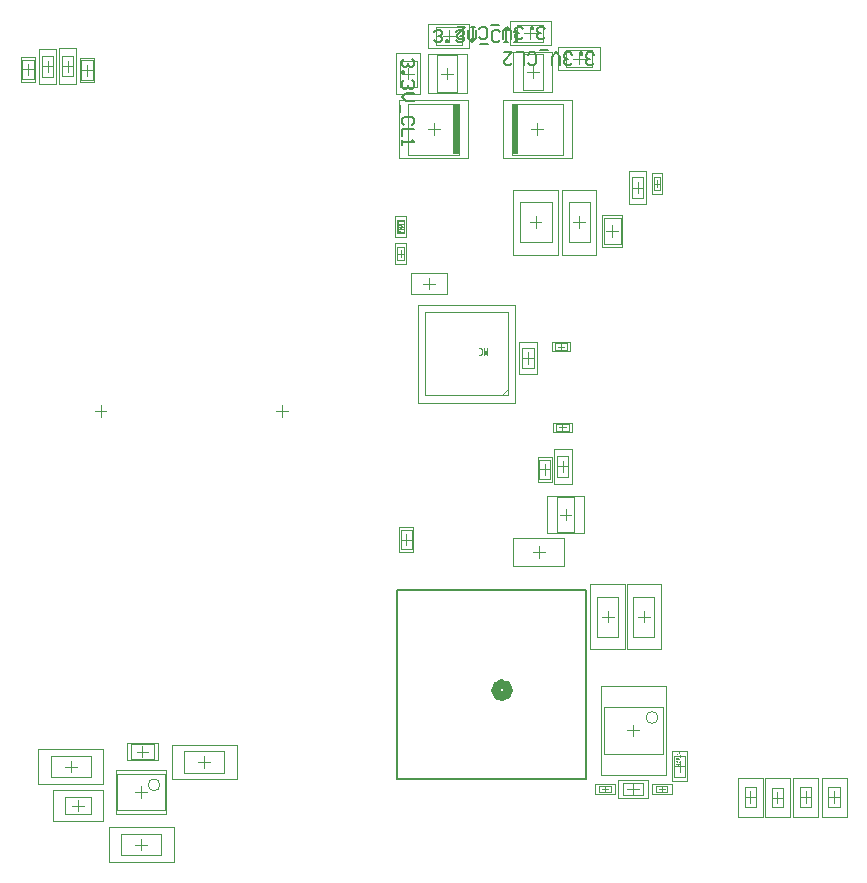
<source format=gbo>
G04*
G04 #@! TF.GenerationSoftware,Altium Limited,CircuitMaker,2.2.1 (2.2.1.6)*
G04*
G04 Layer_Color=13813960*
%FSLAX42Y42*%
%MOMM*%
G71*
G04*
G04 #@! TF.SameCoordinates,594ED0CD-E859-4A23-B6EA-3589AB250A5C*
G04*
G04*
G04 #@! TF.FilePolarity,Positive*
G04*
G01*
G75*
%ADD10C,0.10*%
%ADD14C,0.81*%
%ADD17C,0.13*%
%ADD19C,0.05*%
%ADD20C,0.12*%
%ADD21C,0.18*%
%ADD22C,0.03*%
%ADD23R,0.58X4.31*%
G36*
X6122Y8037D02*
X6122Y8037D01*
Y8036D01*
X6122Y8036D01*
X6122Y8035D01*
X6122Y8035D01*
X6122Y8034D01*
X6122Y8034D01*
Y8034D01*
X6122Y8034D01*
X6122Y8034D01*
X6122Y8034D01*
X6122Y8033D01*
X6121Y8033D01*
X6121Y8033D01*
X6121Y8032D01*
X6120Y8032D01*
X6120Y8032D01*
X6120Y8032D01*
X6120Y8032D01*
X6120Y8032D01*
X6119Y8032D01*
X6119Y8032D01*
X6119Y8032D01*
X6118Y8032D01*
X6118D01*
X6118D01*
X6118D01*
X6118Y8032D01*
X6118D01*
X6117Y8032D01*
X6117Y8032D01*
X6117Y8032D01*
X6116Y8032D01*
X6116Y8032D01*
X6115Y8032D01*
X6115Y8033D01*
X6115Y8033D01*
X6115Y8033D01*
X6115Y8033D01*
X6115Y8033D01*
X6115Y8033D01*
X6115Y8033D01*
X6115Y8033D01*
X6114Y8034D01*
X6114Y8034D01*
X6114Y8034D01*
X6114Y8035D01*
X6114Y8035D01*
X6114Y8035D01*
X6114Y8036D01*
X6114Y8036D01*
X6114Y8036D01*
X6114Y8036D01*
X6114Y8036D01*
X6113Y8036D01*
X6113Y8035D01*
X6113Y8035D01*
X6113Y8035D01*
X6113Y8035D01*
X6113Y8035D01*
X6113Y8034D01*
X6112Y8034D01*
X6112Y8034D01*
X6112Y8034D01*
X6111Y8033D01*
X6111Y8033D01*
X6106Y8030D01*
Y8033D01*
X6110Y8035D01*
X6110D01*
X6110Y8035D01*
X6110Y8035D01*
X6110Y8035D01*
X6110Y8035D01*
X6111Y8036D01*
X6111Y8036D01*
X6111Y8036D01*
X6112Y8036D01*
X6112Y8037D01*
X6112Y8037D01*
X6112Y8037D01*
X6112Y8037D01*
X6112Y8037D01*
X6113Y8037D01*
X6113Y8037D01*
X6113Y8038D01*
X6113Y8038D01*
X6113Y8038D01*
X6113Y8038D01*
X6113Y8038D01*
X6113Y8038D01*
X6113Y8039D01*
Y8039D01*
X6113Y8039D01*
Y8039D01*
X6113Y8039D01*
Y8039D01*
X6114Y8039D01*
Y8042D01*
X6106D01*
Y8044D01*
X6122D01*
Y8037D01*
D02*
G37*
G36*
X6118Y8027D02*
X6118Y8027D01*
X6119Y8027D01*
X6119Y8027D01*
X6119Y8027D01*
X6119Y8027D01*
X6119Y8027D01*
X6119Y8026D01*
X6120Y8026D01*
X6120Y8025D01*
X6120Y8025D01*
X6120Y8025D01*
X6120Y8025D01*
X6121Y8024D01*
X6121Y8024D01*
X6121Y8024D01*
X6121Y8024D01*
X6122Y8023D01*
X6122Y8023D01*
X6123Y8023D01*
Y8022D01*
X6106D01*
Y8024D01*
X6119D01*
X6119Y8024D01*
X6119Y8024D01*
X6119Y8024D01*
X6119Y8024D01*
X6118Y8024D01*
X6118Y8025D01*
X6118Y8025D01*
X6118Y8025D01*
X6118Y8025D01*
X6117Y8026D01*
X6117Y8026D01*
X6117Y8026D01*
X6117Y8026D01*
X6117Y8027D01*
X6117Y8027D01*
X6117Y8027D01*
X6118D01*
Y8027D01*
D02*
G37*
G36*
X6103Y8005D02*
X6102D01*
Y8018D01*
X6103D01*
Y8005D01*
D02*
G37*
G36*
X6122Y7992D02*
X6121D01*
Y8001D01*
X6116D01*
Y7994D01*
X6114D01*
Y8001D01*
X6106D01*
Y8003D01*
X6122D01*
Y7992D01*
D02*
G37*
G36*
X6115Y7990D02*
X6115D01*
X6115Y7990D01*
X6115Y7990D01*
X6116Y7990D01*
X6116Y7990D01*
X6117Y7990D01*
X6118Y7990D01*
X6119Y7989D01*
X6119D01*
X6119Y7989D01*
X6119Y7989D01*
X6119Y7989D01*
X6119Y7989D01*
X6119Y7989D01*
X6120Y7988D01*
X6120Y7988D01*
X6121Y7988D01*
X6121Y7987D01*
X6122Y7986D01*
Y7986D01*
X6122Y7986D01*
X6122Y7986D01*
X6122Y7986D01*
X6122Y7986D01*
X6122Y7986D01*
X6122Y7985D01*
X6122Y7985D01*
X6122Y7985D01*
X6122Y7985D01*
X6123Y7984D01*
X6123Y7983D01*
X6123Y7982D01*
Y7982D01*
X6123Y7982D01*
Y7982D01*
X6123Y7981D01*
X6123Y7981D01*
X6122Y7980D01*
X6122Y7980D01*
X6122Y7979D01*
Y7979D01*
X6122Y7979D01*
X6122Y7979D01*
X6122Y7979D01*
X6122Y7979D01*
X6122Y7978D01*
X6121Y7978D01*
X6121Y7978D01*
X6121Y7977D01*
X6121Y7977D01*
X6121Y7977D01*
X6120Y7977D01*
X6120Y7977D01*
X6120Y7976D01*
X6119Y7976D01*
X6119Y7976D01*
X6119Y7976D01*
X6118Y7976D01*
X6117Y7978D01*
X6117D01*
X6117Y7978D01*
X6118Y7978D01*
X6118Y7978D01*
X6118Y7978D01*
X6118Y7978D01*
X6119Y7978D01*
X6119Y7978D01*
X6119Y7978D01*
X6119Y7978D01*
X6119Y7979D01*
X6120Y7979D01*
X6120Y7979D01*
X6120Y7979D01*
X6120Y7979D01*
X6120Y7980D01*
X6120Y7980D01*
X6121Y7980D01*
X6121Y7980D01*
X6121Y7980D01*
X6121Y7981D01*
X6121Y7981D01*
X6121Y7981D01*
X6121Y7982D01*
X6121Y7982D01*
Y7982D01*
X6121Y7983D01*
X6121Y7983D01*
X6121Y7983D01*
X6121Y7984D01*
X6121Y7984D01*
X6120Y7985D01*
X6120Y7985D01*
X6120Y7985D01*
X6120Y7985D01*
X6120Y7985D01*
X6120Y7986D01*
X6120Y7986D01*
X6120Y7986D01*
X6119Y7986D01*
X6119Y7986D01*
X6119Y7986D01*
X6119Y7987D01*
X6119Y7987D01*
X6119Y7987D01*
X6118Y7987D01*
X6118Y7987D01*
X6118Y7987D01*
X6118D01*
X6118Y7987D01*
X6118Y7987D01*
X6117Y7987D01*
X6117Y7988D01*
X6117Y7988D01*
X6117Y7988D01*
X6116Y7988D01*
X6116Y7988D01*
X6115Y7988D01*
X6114Y7988D01*
X6114D01*
X6114D01*
X6114D01*
X6114D01*
X6114Y7988D01*
X6114Y7988D01*
X6113Y7988D01*
X6113Y7988D01*
X6112Y7988D01*
X6111Y7987D01*
X6111Y7987D01*
X6111D01*
X6111Y7987D01*
X6111Y7987D01*
X6111Y7987D01*
X6110Y7987D01*
X6110Y7987D01*
X6110Y7986D01*
X6109Y7986D01*
X6109Y7986D01*
X6109Y7985D01*
Y7985D01*
X6109Y7985D01*
X6109Y7985D01*
X6109Y7985D01*
X6109Y7985D01*
X6108Y7985D01*
X6108Y7984D01*
X6108Y7984D01*
X6108Y7983D01*
X6108Y7983D01*
X6108Y7982D01*
Y7982D01*
X6108Y7982D01*
X6108Y7981D01*
X6108Y7981D01*
X6108Y7980D01*
X6108Y7980D01*
X6109Y7979D01*
Y7979D01*
X6109Y7979D01*
X6109Y7979D01*
X6109Y7979D01*
X6109Y7979D01*
X6109Y7978D01*
X6109Y7978D01*
X6109Y7978D01*
X6110Y7977D01*
X6113D01*
Y7982D01*
X6115D01*
Y7975D01*
X6109D01*
X6109Y7975D01*
X6109Y7975D01*
X6108Y7976D01*
X6108Y7976D01*
X6108Y7976D01*
X6108Y7976D01*
X6108Y7976D01*
X6108Y7977D01*
X6107Y7977D01*
X6107Y7978D01*
X6107Y7979D01*
Y7979D01*
X6107Y7979D01*
X6107Y7979D01*
X6107Y7979D01*
X6107Y7979D01*
X6107Y7979D01*
X6106Y7980D01*
X6106Y7980D01*
X6106Y7981D01*
X6106Y7981D01*
X6106Y7982D01*
Y7982D01*
X6106Y7982D01*
Y7983D01*
X6106Y7983D01*
X6106Y7983D01*
X6106Y7983D01*
X6106Y7984D01*
X6107Y7985D01*
X6107Y7986D01*
X6107Y7986D01*
Y7986D01*
X6107Y7986D01*
X6107Y7986D01*
X6107Y7987D01*
X6107Y7987D01*
X6108Y7987D01*
X6108Y7987D01*
X6108Y7988D01*
X6109Y7988D01*
X6109Y7989D01*
X6110Y7989D01*
X6110D01*
X6110Y7989D01*
X6110Y7989D01*
X6110Y7989D01*
X6111Y7989D01*
X6111Y7989D01*
X6111Y7990D01*
X6111Y7990D01*
X6112Y7990D01*
X6112Y7990D01*
X6113Y7990D01*
X6113Y7990D01*
X6114Y7990D01*
X6114D01*
X6114D01*
X6115D01*
X6115Y7990D01*
D02*
G37*
G36*
X6864Y6929D02*
X6856D01*
X6846Y6955D01*
X6835Y6929D01*
X6827D01*
Y7000D01*
X6836D01*
X6836Y6949D01*
X6836Y6949D01*
X6845Y6972D01*
X6847D01*
X6856Y6949D01*
X6856Y6949D01*
X6855Y7000D01*
X6864D01*
Y6929D01*
D02*
G37*
G36*
X6800Y7000D02*
X6801D01*
X6802Y7000D01*
X6803Y7000D01*
X6804Y6999D01*
X6806Y6999D01*
X6807Y6998D01*
X6808Y6998D01*
X6809Y6997D01*
X6810Y6996D01*
X6811Y6994D01*
X6812Y6993D01*
X6813Y6991D01*
Y6991D01*
X6814Y6991D01*
X6814Y6990D01*
X6814Y6990D01*
X6814Y6989D01*
X6815Y6987D01*
X6815Y6986D01*
X6816Y6985D01*
X6816Y6983D01*
X6817Y6981D01*
X6817Y6979D01*
X6817Y6976D01*
X6818Y6974D01*
X6818Y6971D01*
X6818Y6968D01*
X6818Y6965D01*
Y6965D01*
Y6964D01*
Y6963D01*
X6818Y6962D01*
Y6961D01*
X6818Y6959D01*
X6818Y6957D01*
X6818Y6955D01*
X6817Y6951D01*
X6816Y6946D01*
X6815Y6942D01*
X6814Y6940D01*
X6813Y6938D01*
X6813Y6938D01*
X6813Y6938D01*
X6813Y6937D01*
X6812Y6937D01*
X6811Y6935D01*
X6810Y6933D01*
X6808Y6931D01*
X6805Y6930D01*
X6804Y6929D01*
X6802Y6929D01*
X6801Y6928D01*
X6799Y6928D01*
X6798D01*
X6797Y6929D01*
X6796Y6929D01*
X6795Y6929D01*
X6793Y6930D01*
X6791Y6931D01*
X6789Y6932D01*
Y6941D01*
X6790Y6941D01*
X6790Y6940D01*
X6791Y6940D01*
X6792Y6939D01*
X6794Y6938D01*
X6795Y6938D01*
X6797Y6937D01*
X6799Y6937D01*
X6799D01*
X6799Y6937D01*
X6800Y6937D01*
X6802Y6938D01*
X6803Y6938D01*
X6804Y6939D01*
X6805Y6940D01*
X6805Y6941D01*
X6806Y6942D01*
X6806Y6943D01*
Y6943D01*
X6806Y6944D01*
X6807Y6944D01*
X6807Y6944D01*
X6807Y6945D01*
X6807Y6946D01*
X6807Y6947D01*
X6808Y6948D01*
X6808Y6950D01*
X6808Y6951D01*
X6808Y6953D01*
X6808Y6955D01*
X6808Y6957D01*
X6809Y6959D01*
X6809Y6962D01*
Y6964D01*
Y6965D01*
Y6965D01*
Y6966D01*
Y6967D01*
X6809Y6968D01*
Y6969D01*
X6808Y6971D01*
X6808Y6973D01*
X6808Y6976D01*
X6808Y6980D01*
X6807Y6981D01*
X6807Y6983D01*
X6807Y6984D01*
X6806Y6986D01*
Y6986D01*
X6806Y6986D01*
X6806Y6987D01*
X6805Y6988D01*
X6804Y6989D01*
X6803Y6990D01*
X6802Y6991D01*
X6800Y6992D01*
X6799Y6992D01*
X6798Y6992D01*
X6798D01*
X6797Y6992D01*
X6797Y6992D01*
X6795Y6991D01*
X6794Y6991D01*
X6792Y6990D01*
X6791Y6989D01*
X6790Y6988D01*
X6789Y6987D01*
Y6997D01*
X6789Y6997D01*
X6789Y6997D01*
X6790Y6998D01*
X6792Y6999D01*
X6793Y6999D01*
X6795Y7000D01*
X6797Y7000D01*
X6799Y7001D01*
X6800D01*
X6800Y7000D01*
D02*
G37*
G36*
X8474Y3585D02*
X8474Y3585D01*
X8474Y3584D01*
X8475Y3584D01*
X8475Y3584D01*
X8476Y3584D01*
X8476Y3584D01*
X8478Y3583D01*
X8479Y3582D01*
X8480Y3582D01*
X8480Y3581D01*
X8481Y3581D01*
X8481Y3580D01*
X8481Y3580D01*
X8482Y3580D01*
X8482Y3580D01*
X8482Y3579D01*
X8482Y3579D01*
X8482Y3579D01*
X8483Y3578D01*
X8483Y3578D01*
X8483Y3577D01*
X8483Y3576D01*
X8484Y3576D01*
X8484Y3575D01*
X8484Y3574D01*
X8484Y3573D01*
X8484Y3572D01*
X8484Y3571D01*
Y3571D01*
X8484Y3571D01*
Y3570D01*
X8484Y3570D01*
X8484Y3569D01*
X8484Y3568D01*
X8484Y3567D01*
X8483Y3566D01*
X8483Y3564D01*
X8482Y3564D01*
X8482Y3563D01*
X8482Y3563D01*
X8482Y3563D01*
X8482Y3563D01*
X8482Y3562D01*
X8481Y3562D01*
X8481Y3562D01*
X8481Y3562D01*
X8481Y3561D01*
X8480Y3561D01*
X8480Y3560D01*
X8479Y3560D01*
X8477Y3559D01*
X8476Y3558D01*
X8476D01*
X8476Y3558D01*
X8476Y3558D01*
X8475Y3558D01*
X8475Y3558D01*
X8474Y3558D01*
X8474Y3557D01*
X8473Y3557D01*
X8473Y3557D01*
X8472Y3557D01*
X8471Y3557D01*
X8469Y3556D01*
X8467Y3556D01*
X8467D01*
X8467D01*
X8467D01*
X8467Y3556D01*
X8466D01*
X8466Y3556D01*
X8465Y3557D01*
X8464Y3557D01*
X8463Y3557D01*
X8462Y3557D01*
X8460Y3558D01*
X8459Y3558D01*
X8459Y3558D01*
X8458Y3558D01*
X8458Y3558D01*
X8458Y3559D01*
X8458Y3559D01*
X8457Y3559D01*
X8457Y3560D01*
X8456Y3560D01*
X8455Y3561D01*
X8454Y3562D01*
X8453Y3564D01*
X8453Y3564D01*
X8453Y3564D01*
X8453Y3564D01*
X8453Y3564D01*
X8453Y3565D01*
X8452Y3565D01*
X8452Y3565D01*
X8452Y3566D01*
X8452Y3567D01*
X8452Y3567D01*
X8451Y3568D01*
X8451Y3570D01*
X8451Y3571D01*
Y3572D01*
X8451Y3572D01*
X8451Y3573D01*
X8451Y3573D01*
X8451Y3574D01*
X8451Y3574D01*
X8452Y3576D01*
X8452Y3577D01*
X8452Y3578D01*
X8453Y3578D01*
X8453Y3579D01*
X8454Y3580D01*
X8454Y3580D01*
X8454Y3580D01*
X8454Y3580D01*
X8454Y3580D01*
X8454Y3580D01*
X8455Y3581D01*
X8455Y3581D01*
X8455Y3581D01*
X8456Y3582D01*
X8456Y3582D01*
X8457Y3583D01*
X8457Y3583D01*
X8458Y3583D01*
X8459Y3584D01*
X8460Y3584D01*
X8460Y3584D01*
X8461Y3580D01*
X8461D01*
X8461Y3580D01*
X8461Y3580D01*
X8461Y3580D01*
X8461Y3580D01*
X8460Y3580D01*
X8459Y3579D01*
X8459Y3579D01*
X8458Y3578D01*
X8457Y3577D01*
X8456Y3577D01*
X8456Y3577D01*
X8456Y3576D01*
X8456Y3576D01*
X8455Y3575D01*
X8455Y3574D01*
X8455Y3574D01*
X8455Y3573D01*
X8455Y3571D01*
Y3571D01*
X8455Y3571D01*
Y3570D01*
X8455Y3570D01*
X8455Y3569D01*
X8455Y3568D01*
X8455Y3567D01*
X8456Y3566D01*
X8456Y3565D01*
Y3565D01*
X8457Y3565D01*
X8457Y3565D01*
X8457Y3564D01*
X8458Y3564D01*
X8458Y3563D01*
X8459Y3563D01*
X8460Y3562D01*
X8461Y3562D01*
X8461D01*
X8461Y3562D01*
X8462Y3562D01*
X8462Y3562D01*
X8462Y3561D01*
X8462Y3561D01*
X8463Y3561D01*
X8464Y3561D01*
X8465Y3561D01*
X8466Y3561D01*
X8467Y3561D01*
X8467D01*
X8468D01*
X8468D01*
X8468D01*
X8468Y3561D01*
X8469D01*
X8469Y3561D01*
X8470Y3561D01*
X8471Y3561D01*
X8472Y3561D01*
X8473Y3562D01*
X8474Y3562D01*
X8475D01*
X8475Y3562D01*
X8475Y3562D01*
X8475Y3562D01*
X8476Y3562D01*
X8476Y3563D01*
X8477Y3563D01*
X8478Y3564D01*
X8478Y3565D01*
X8479Y3566D01*
Y3566D01*
X8479Y3566D01*
X8479Y3566D01*
X8479Y3566D01*
X8479Y3566D01*
X8480Y3567D01*
X8480Y3567D01*
X8480Y3568D01*
X8480Y3569D01*
X8481Y3570D01*
X8481Y3571D01*
Y3571D01*
X8481Y3572D01*
Y3572D01*
X8480Y3572D01*
X8480Y3573D01*
X8480Y3574D01*
X8480Y3575D01*
X8479Y3576D01*
X8479Y3577D01*
X8479Y3577D01*
X8478Y3577D01*
X8478Y3577D01*
X8478Y3577D01*
X8478Y3577D01*
X8478Y3578D01*
X8478Y3578D01*
X8477Y3578D01*
X8477Y3578D01*
X8477Y3579D01*
X8476Y3579D01*
X8476Y3579D01*
X8475Y3580D01*
X8474Y3580D01*
X8474Y3580D01*
X8473Y3580D01*
X8472Y3580D01*
X8473Y3585D01*
X8474D01*
X8474Y3585D01*
D02*
G37*
G36*
X8492Y3529D02*
X8490D01*
Y3555D01*
X8492D01*
Y3529D01*
D02*
G37*
G36*
X8474Y3527D02*
X8474Y3527D01*
X8474Y3527D01*
X8475Y3527D01*
X8475Y3527D01*
X8477Y3527D01*
X8478Y3526D01*
X8478Y3526D01*
X8479Y3526D01*
X8480Y3525D01*
X8480Y3525D01*
X8480Y3525D01*
X8480Y3525D01*
X8481Y3525D01*
X8481Y3524D01*
X8481Y3524D01*
X8482Y3524D01*
X8482Y3523D01*
X8482Y3523D01*
X8483Y3522D01*
X8483Y3522D01*
X8483Y3521D01*
X8484Y3520D01*
X8484Y3519D01*
X8484Y3518D01*
X8484Y3518D01*
X8484Y3517D01*
Y3516D01*
X8484Y3516D01*
X8484Y3515D01*
X8484Y3515D01*
X8484Y3515D01*
X8484Y3514D01*
X8484Y3513D01*
X8483Y3512D01*
X8483Y3511D01*
X8483Y3510D01*
X8482Y3510D01*
X8482Y3509D01*
X8482Y3509D01*
X8482Y3509D01*
X8481Y3509D01*
X8481Y3509D01*
X8481Y3509D01*
X8481Y3509D01*
X8480Y3508D01*
X8480Y3508D01*
X8480Y3508D01*
X8479Y3507D01*
X8478Y3507D01*
X8477Y3507D01*
X8476Y3506D01*
X8475Y3506D01*
X8475Y3510D01*
X8475D01*
X8475D01*
X8475Y3510D01*
X8475Y3510D01*
X8476Y3511D01*
X8477Y3511D01*
X8477Y3511D01*
X8478Y3511D01*
X8479Y3512D01*
X8479Y3512D01*
X8479Y3513D01*
X8480Y3513D01*
X8480Y3513D01*
X8480Y3514D01*
X8480Y3514D01*
X8481Y3515D01*
X8481Y3516D01*
X8481Y3517D01*
Y3517D01*
X8481Y3517D01*
X8481Y3518D01*
X8481Y3518D01*
X8480Y3519D01*
X8480Y3520D01*
X8479Y3521D01*
X8479Y3521D01*
X8479Y3521D01*
X8479Y3521D01*
X8479Y3521D01*
X8479Y3522D01*
X8478Y3522D01*
X8478Y3522D01*
X8477Y3522D01*
X8476Y3523D01*
X8476Y3523D01*
X8474Y3523D01*
X8474Y3523D01*
X8473D01*
X8473D01*
X8473D01*
X8473D01*
X8473Y3523D01*
X8472D01*
X8472Y3523D01*
X8471Y3523D01*
X8470Y3523D01*
X8469Y3523D01*
X8469Y3522D01*
X8468Y3521D01*
X8468D01*
X8468Y3521D01*
X8468Y3521D01*
X8467Y3521D01*
X8467Y3520D01*
X8466Y3519D01*
X8466Y3519D01*
X8466Y3518D01*
X8466Y3517D01*
Y3516D01*
X8466Y3516D01*
X8466Y3515D01*
X8466Y3515D01*
X8466Y3514D01*
X8466Y3514D01*
X8467Y3513D01*
X8467Y3513D01*
X8467Y3513D01*
X8467Y3513D01*
X8467Y3512D01*
X8468Y3512D01*
X8468Y3511D01*
X8468Y3511D01*
X8469Y3511D01*
X8468Y3507D01*
X8452Y3510D01*
Y3526D01*
X8456D01*
Y3513D01*
X8464Y3511D01*
X8464Y3512D01*
X8464Y3512D01*
X8464Y3512D01*
X8464Y3512D01*
X8464Y3512D01*
X8464Y3513D01*
X8463Y3513D01*
X8463Y3514D01*
X8463Y3515D01*
X8462Y3516D01*
X8462Y3517D01*
Y3518D01*
X8462Y3518D01*
X8462Y3519D01*
X8463Y3519D01*
X8463Y3519D01*
X8463Y3520D01*
X8463Y3521D01*
X8463Y3522D01*
X8464Y3522D01*
X8464Y3523D01*
X8464Y3523D01*
X8465Y3524D01*
X8465Y3525D01*
X8465Y3525D01*
X8465Y3525D01*
X8466Y3525D01*
X8466Y3525D01*
X8466Y3525D01*
X8466Y3526D01*
X8467Y3526D01*
X8467Y3526D01*
X8468Y3526D01*
X8468Y3527D01*
X8469Y3527D01*
X8470Y3527D01*
X8470Y3527D01*
X8471Y3527D01*
X8472Y3527D01*
X8473Y3528D01*
X8473D01*
X8473D01*
X8473D01*
X8474Y3527D01*
D02*
G37*
G36*
X8475Y3502D02*
X8476Y3502D01*
X8476Y3502D01*
X8476Y3502D01*
X8477Y3502D01*
X8478Y3502D01*
X8479Y3502D01*
X8479Y3501D01*
X8480Y3501D01*
X8480Y3501D01*
X8481Y3500D01*
X8481Y3500D01*
X8481Y3499D01*
X8482Y3499D01*
X8482Y3499D01*
X8482Y3499D01*
X8482Y3499D01*
X8482Y3498D01*
X8482Y3498D01*
X8483Y3497D01*
X8483Y3497D01*
X8483Y3496D01*
X8484Y3496D01*
X8484Y3495D01*
X8484Y3494D01*
X8484Y3494D01*
X8484Y3493D01*
X8484Y3492D01*
Y3491D01*
X8484Y3491D01*
X8484Y3491D01*
X8484Y3490D01*
X8484Y3490D01*
X8484Y3489D01*
X8483Y3488D01*
X8483Y3487D01*
X8483Y3487D01*
X8483Y3486D01*
X8482Y3485D01*
X8482Y3485D01*
X8481Y3484D01*
X8481Y3484D01*
X8481Y3484D01*
X8481Y3484D01*
X8481Y3484D01*
X8481Y3484D01*
X8480Y3483D01*
X8480Y3483D01*
X8479Y3483D01*
X8479Y3483D01*
X8478Y3482D01*
X8477Y3482D01*
X8477Y3482D01*
X8476Y3482D01*
X8475Y3481D01*
X8474Y3481D01*
X8474D01*
X8474D01*
X8474D01*
X8474Y3481D01*
X8474D01*
X8473Y3481D01*
X8473Y3482D01*
X8472Y3482D01*
X8471Y3482D01*
X8470Y3482D01*
X8469Y3483D01*
X8469D01*
X8469Y3483D01*
X8469Y3483D01*
X8468Y3484D01*
X8468Y3484D01*
X8468Y3485D01*
X8467Y3486D01*
X8467Y3486D01*
X8466Y3487D01*
Y3487D01*
X8466Y3487D01*
X8466Y3487D01*
X8466Y3487D01*
X8466Y3487D01*
X8466Y3486D01*
X8465Y3485D01*
X8465Y3485D01*
X8464Y3484D01*
X8464Y3484D01*
X8464Y3484D01*
X8463Y3484D01*
X8463Y3483D01*
X8463Y3483D01*
X8462Y3483D01*
X8461Y3483D01*
X8461Y3483D01*
X8460Y3483D01*
X8460D01*
X8460D01*
X8459D01*
X8459Y3483D01*
X8459Y3483D01*
X8458Y3483D01*
X8458Y3483D01*
X8457Y3483D01*
X8456Y3484D01*
X8455Y3484D01*
X8455Y3484D01*
X8454Y3485D01*
X8454Y3485D01*
X8454Y3485D01*
X8454Y3485D01*
X8454Y3485D01*
X8454Y3486D01*
X8453Y3486D01*
X8453Y3486D01*
X8453Y3487D01*
X8453Y3487D01*
X8452Y3487D01*
X8452Y3488D01*
X8452Y3488D01*
X8452Y3489D01*
X8452Y3490D01*
X8452Y3491D01*
X8451Y3492D01*
Y3492D01*
X8452Y3493D01*
X8452Y3493D01*
X8452Y3493D01*
X8452Y3494D01*
X8452Y3494D01*
X8452Y3495D01*
X8452Y3496D01*
X8453Y3497D01*
X8453Y3498D01*
X8454Y3498D01*
X8454Y3499D01*
X8454Y3499D01*
X8454Y3499D01*
X8454Y3499D01*
X8454Y3499D01*
X8455Y3499D01*
X8455Y3499D01*
X8456Y3500D01*
X8456Y3500D01*
X8457Y3501D01*
X8459Y3501D01*
X8459Y3501D01*
X8460Y3501D01*
X8460D01*
X8460D01*
X8460D01*
X8461Y3501D01*
X8461Y3501D01*
X8462Y3501D01*
X8462Y3501D01*
X8463Y3500D01*
X8464Y3500D01*
X8464Y3500D01*
X8464Y3500D01*
X8464Y3499D01*
X8465Y3499D01*
X8465Y3499D01*
X8466Y3498D01*
X8466Y3497D01*
X8466Y3496D01*
Y3496D01*
X8466Y3497D01*
X8466Y3497D01*
X8466Y3497D01*
X8467Y3497D01*
X8467Y3498D01*
X8468Y3499D01*
X8468Y3500D01*
X8469Y3500D01*
X8469Y3501D01*
X8469D01*
X8469Y3501D01*
X8470Y3501D01*
X8470Y3501D01*
X8471Y3502D01*
X8472Y3502D01*
X8472Y3502D01*
X8473Y3502D01*
X8474Y3502D01*
X8475D01*
X8475D01*
X8475D01*
X8475Y3502D01*
D02*
G37*
G36*
X8476Y3473D02*
X8484D01*
Y3469D01*
X8476D01*
Y3455D01*
X8472D01*
X8452Y3470D01*
Y3473D01*
X8472D01*
Y3477D01*
X8476D01*
Y3473D01*
D02*
G37*
%LPC*%
G36*
X6121Y8042D02*
X6115D01*
Y8037D01*
X6115Y8037D01*
Y8037D01*
X6115Y8036D01*
X6115Y8036D01*
X6116Y8036D01*
X6116Y8035D01*
X6116Y8035D01*
X6116Y8035D01*
X6116Y8035D01*
X6116Y8035D01*
X6116Y8035D01*
X6116Y8035D01*
X6116Y8034D01*
X6117Y8034D01*
X6117Y8034D01*
X6117Y8034D01*
X6117Y8034D01*
X6117Y8034D01*
X6117Y8034D01*
X6117Y8034D01*
X6118Y8034D01*
X6118Y8034D01*
X6118D01*
X6118D01*
X6118D01*
X6118Y8034D01*
X6119Y8034D01*
X6119Y8034D01*
X6119Y8034D01*
X6120Y8034D01*
X6120Y8035D01*
X6120Y8035D01*
X6120Y8035D01*
X6120Y8035D01*
X6120Y8035D01*
X6120Y8036D01*
X6121Y8036D01*
X6121Y8037D01*
X6121Y8037D01*
Y8042D01*
D02*
G37*
G36*
X8460Y3497D02*
X8460D01*
X8460D01*
X8459D01*
X8459Y3497D01*
X8459Y3497D01*
X8458Y3497D01*
X8457Y3496D01*
X8457Y3496D01*
X8456Y3496D01*
X8456Y3496D01*
X8456Y3495D01*
X8456Y3495D01*
X8455Y3495D01*
X8455Y3494D01*
X8455Y3493D01*
X8455Y3493D01*
X8455Y3492D01*
Y3492D01*
X8455Y3491D01*
X8455Y3491D01*
X8455Y3490D01*
X8455Y3489D01*
X8456Y3489D01*
X8456Y3488D01*
X8456Y3488D01*
X8456Y3488D01*
X8457Y3488D01*
X8457Y3487D01*
X8458Y3487D01*
X8458Y3487D01*
X8459Y3487D01*
X8460Y3487D01*
X8460D01*
X8460D01*
X8460Y3487D01*
X8460Y3487D01*
X8461Y3487D01*
X8462Y3487D01*
X8462Y3487D01*
X8463Y3488D01*
X8463Y3488D01*
X8463Y3488D01*
X8464Y3488D01*
X8464Y3489D01*
X8464Y3489D01*
X8464Y3490D01*
X8465Y3490D01*
X8465Y3491D01*
X8465Y3492D01*
Y3492D01*
X8465Y3492D01*
X8465Y3493D01*
X8465Y3493D01*
X8464Y3494D01*
X8464Y3494D01*
X8464Y3495D01*
X8463Y3496D01*
X8463Y3496D01*
X8463Y3496D01*
X8463Y3496D01*
X8462Y3496D01*
X8462Y3497D01*
X8461Y3497D01*
X8461Y3497D01*
X8460Y3497D01*
D02*
G37*
G36*
X8475Y3498D02*
X8474D01*
X8474D01*
X8474D01*
X8474Y3498D01*
X8474Y3498D01*
X8473Y3498D01*
X8472Y3498D01*
X8471Y3498D01*
X8471Y3497D01*
X8470Y3497D01*
X8470Y3496D01*
X8470Y3496D01*
X8469Y3496D01*
X8469Y3495D01*
X8469Y3495D01*
X8468Y3494D01*
X8468Y3493D01*
X8468Y3492D01*
Y3491D01*
X8468Y3491D01*
X8468Y3491D01*
X8468Y3490D01*
X8468Y3489D01*
X8469Y3489D01*
X8469Y3488D01*
X8470Y3487D01*
X8470Y3487D01*
X8470Y3487D01*
X8471Y3487D01*
X8471Y3486D01*
X8472Y3486D01*
X8473Y3486D01*
X8473Y3485D01*
X8474Y3485D01*
X8474D01*
X8475D01*
X8475Y3485D01*
X8475Y3485D01*
X8476Y3486D01*
X8476Y3486D01*
X8477Y3486D01*
X8478Y3486D01*
X8478Y3486D01*
X8478Y3486D01*
X8478Y3486D01*
X8479Y3487D01*
X8479Y3487D01*
X8479Y3487D01*
X8480Y3488D01*
X8480Y3488D01*
X8480Y3489D01*
X8480Y3489D01*
X8480Y3489D01*
X8481Y3490D01*
X8481Y3490D01*
X8481Y3491D01*
X8481Y3491D01*
X8481Y3492D01*
Y3492D01*
X8481Y3492D01*
X8481Y3493D01*
X8481Y3494D01*
X8480Y3494D01*
X8480Y3495D01*
X8480Y3496D01*
X8479Y3497D01*
X8479Y3497D01*
X8479Y3497D01*
X8478Y3497D01*
X8478Y3497D01*
X8477Y3498D01*
X8476Y3498D01*
X8476Y3498D01*
X8475Y3498D01*
D02*
G37*
G36*
X8472Y3469D02*
X8458D01*
X8472Y3459D01*
Y3469D01*
D02*
G37*
%LPD*%
D10*
X6331Y6599D02*
X7031D01*
X6331D02*
Y7299D01*
X7031D01*
Y6599D02*
Y7299D01*
X6981Y6599D02*
X7031Y6649D01*
X3836Y3519D02*
X4036D01*
X3836D02*
Y3644D01*
X4036D01*
Y3519D02*
Y3644D01*
X3936Y3541D02*
Y3621D01*
X3896Y3581D02*
X3976D01*
X8420Y3328D02*
X8547D01*
Y3582D01*
X8420D02*
X8547D01*
X8420Y3328D02*
Y3582D01*
X4084Y3299D02*
G03*
X4084Y3299I-50J0D01*
G01*
X8300Y3870D02*
G03*
X8300Y3870I-50J0D01*
G01*
X4036Y3519D02*
Y3644D01*
X3836Y3519D02*
Y3644D01*
Y3519D02*
X4036D01*
X3836Y3644D02*
X4036D01*
X3754Y2704D02*
X4094D01*
X3754Y2884D02*
X4094D01*
Y2704D02*
Y2884D01*
X3754Y2704D02*
Y2884D01*
X3280Y3197D02*
X3500D01*
X3280Y3052D02*
X3500D01*
X3280D02*
Y3197D01*
X3500Y3052D02*
Y3197D01*
X3160Y3364D02*
X3500D01*
X3160Y3544D02*
X3500D01*
Y3364D02*
Y3544D01*
X3160Y3364D02*
Y3544D01*
X4290Y3583D02*
X4630D01*
X4290Y3403D02*
X4630D01*
X4290D02*
Y3583D01*
X4630Y3403D02*
Y3583D01*
X3724Y3089D02*
Y3388D01*
X4124Y3089D02*
Y3388D01*
X3724Y3089D02*
X4124D01*
X3724Y3388D02*
X4124D01*
X9744Y3279D02*
X9839D01*
X9744Y3114D02*
X9839D01*
Y3279D01*
X9744Y3114D02*
Y3279D01*
X9033D02*
X9128D01*
X9033Y3114D02*
X9128D01*
Y3279D01*
X9033Y3114D02*
Y3279D01*
X9503D02*
X9598D01*
X9503Y3114D02*
X9598D01*
Y3279D01*
X9503Y3114D02*
Y3279D01*
X9262Y3274D02*
X9357D01*
X9262Y3109D02*
X9357D01*
Y3274D01*
X9262Y3109D02*
Y3274D01*
X8532Y3368D02*
Y3543D01*
X8436Y3368D02*
Y3543D01*
X8532D01*
X8436Y3368D02*
X8532D01*
X8281Y3240D02*
X8381D01*
X8281Y3290D02*
X8381D01*
X8281Y3240D02*
Y3290D01*
X8381Y3240D02*
Y3290D01*
X8007Y3217D02*
Y3312D01*
X8172Y3217D02*
Y3312D01*
X8007D02*
X8172D01*
X8007Y3217D02*
X8172D01*
X7799Y3240D02*
X7899D01*
X7799Y3290D02*
X7899D01*
X7799Y3240D02*
Y3290D01*
X7899Y3240D02*
Y3290D01*
X6121Y5294D02*
Y5459D01*
X6216Y5294D02*
Y5459D01*
X6121Y5294D02*
X6216D01*
X6121Y5459D02*
X6216D01*
X2919Y9440D02*
X3014D01*
X2919Y9275D02*
X3014D01*
Y9440D01*
X2919Y9275D02*
Y9440D01*
X3084Y9295D02*
X3180D01*
X3084Y9470D02*
X3180D01*
X3084Y9295D02*
Y9470D01*
X3180Y9295D02*
Y9470D01*
X7446Y5909D02*
X7542D01*
X7446Y6084D02*
X7542D01*
X7446Y5909D02*
Y6084D01*
X7542Y5909D02*
Y6084D01*
X7294Y6054D02*
X7389D01*
X7294Y5889D02*
X7389D01*
Y6054D01*
X7294Y5889D02*
Y6054D01*
X7840Y3560D02*
Y3960D01*
X8340Y3560D02*
Y3960D01*
X7840Y3560D02*
X8340D01*
X7840Y3960D02*
X8340D01*
X3254Y9297D02*
X3350D01*
X3254Y9472D02*
X3350D01*
X3254Y9297D02*
Y9472D01*
X3350Y9297D02*
Y9472D01*
X3418Y9433D02*
X3513D01*
X3418Y9268D02*
X3513D01*
Y9433D01*
X3418Y9268D02*
Y9433D01*
X8266Y8338D02*
X8321D01*
X8266Y8443D02*
X8321D01*
X8266Y8338D02*
Y8443D01*
X8321Y8338D02*
Y8443D01*
X8175Y8268D02*
Y8443D01*
X8081Y8268D02*
Y8443D01*
X8175D01*
X8081Y8268D02*
X8175D01*
X7448Y5438D02*
X7588D01*
X7448Y5738D02*
X7588D01*
Y5438D02*
Y5738D01*
X7448Y5438D02*
Y5738D01*
X6094Y7850D02*
X6149D01*
X6094Y7745D02*
X6149D01*
Y7850D01*
X6094Y7745D02*
Y7850D01*
X8269Y4554D02*
Y4894D01*
X8089Y4554D02*
Y4894D01*
X8269D01*
X8089Y4554D02*
X8269D01*
X7964D02*
Y4894D01*
X7784Y4554D02*
Y4894D01*
X7964D01*
X7784Y4554D02*
X7964D01*
X7154Y9179D02*
X7324D01*
X7154Y9489D02*
X7324D01*
Y9179D02*
Y9489D01*
X7154Y9179D02*
Y9489D01*
X7543Y8235D02*
X7723D01*
X7543Y7894D02*
X7723D01*
Y8235D01*
X7543Y7894D02*
Y8235D01*
X7129Y7894D02*
Y8235D01*
X7399Y7894D02*
Y8235D01*
X7129Y7894D02*
X7399D01*
X7129Y8235D02*
X7399D01*
X7153Y6830D02*
X7248D01*
X7153Y6995D02*
X7248D01*
X7153Y6830D02*
Y6995D01*
X7248Y6830D02*
Y6995D01*
X7531Y6983D02*
Y7038D01*
X7426Y6983D02*
Y7038D01*
Y6983D02*
X7531D01*
X7426Y7038D02*
X7531D01*
X7439Y6297D02*
Y6352D01*
X7544Y6297D02*
Y6352D01*
X7439D02*
X7544D01*
X7439Y6297D02*
X7544D01*
X7062Y8636D02*
Y9067D01*
X7493Y8636D02*
Y9067D01*
X7062D02*
X7493D01*
X7062Y8636D02*
X7493D01*
X7840Y7878D02*
Y8098D01*
X7985Y7878D02*
Y8098D01*
X7840Y7878D02*
X7985D01*
X7840Y8098D02*
X7985D01*
X7331Y9592D02*
Y9737D01*
X7110Y9592D02*
Y9737D01*
Y9592D02*
X7331D01*
X7110Y9737D02*
X7331D01*
X7743Y9376D02*
Y9521D01*
X7522Y9376D02*
Y9521D01*
Y9376D02*
X7743D01*
X7522Y9521D02*
X7743D01*
X6417Y9567D02*
Y9712D01*
X6638Y9567D02*
Y9712D01*
X6417D02*
X6638D01*
X6417Y9567D02*
X6638D01*
X6616Y8636D02*
Y9067D01*
X6185Y8636D02*
Y9067D01*
Y8636D02*
X6616D01*
X6185Y9067D02*
X6616D01*
X6112Y9432D02*
X6257D01*
X6112Y9211D02*
X6257D01*
Y9432D01*
X6112Y9211D02*
Y9432D01*
X6600Y9167D02*
Y9477D01*
X6430Y9167D02*
Y9477D01*
Y9167D02*
X6600D01*
X6430Y9477D02*
X6600D01*
X5068Y6464D02*
X5168D01*
X5118Y6414D02*
Y6514D01*
X3531Y6464D02*
X3631D01*
X3581Y6414D02*
Y6514D01*
X3886Y3581D02*
X3986D01*
X3936Y3531D02*
Y3631D01*
X3924Y2744D02*
Y2844D01*
X3874Y2794D02*
X3974D01*
X3390Y3074D02*
Y3174D01*
X3340Y3124D02*
X3440D01*
X3330Y3404D02*
Y3504D01*
X3280Y3454D02*
X3380D01*
X4460Y3442D02*
Y3542D01*
X4410Y3492D02*
X4510D01*
X3874Y3238D02*
X3974D01*
X3924Y3189D02*
Y3288D01*
X9792Y3149D02*
Y3244D01*
X9744Y3196D02*
X9839D01*
X9081Y3149D02*
Y3244D01*
X9033Y3196D02*
X9128D01*
X9550Y3149D02*
Y3244D01*
X9503Y3196D02*
X9598D01*
X9309Y3144D02*
Y3239D01*
X9262Y3192D02*
X9357D01*
X8436Y3455D02*
X8532D01*
X8484Y3407D02*
Y3503D01*
X8547Y3328D02*
Y3582D01*
X8420Y3328D02*
Y3582D01*
X8547D01*
X8420Y3328D02*
X8547D01*
X8331Y3240D02*
Y3290D01*
X8306Y3265D02*
X8356D01*
X8042D02*
X8137D01*
X8090Y3217D02*
Y3312D01*
X7849Y3240D02*
Y3290D01*
X7824Y3265D02*
X7874D01*
X6121Y5376D02*
X6216D01*
X6169Y5329D02*
Y5424D01*
X2967Y9310D02*
Y9405D01*
X2919Y9357D02*
X3014D01*
X3132Y9335D02*
Y9431D01*
X3084Y9383D02*
X3180D01*
X7494Y5949D02*
Y6045D01*
X7446Y5997D02*
X7542D01*
X7342Y5924D02*
Y6019D01*
X7294Y5971D02*
X7389D01*
X8040Y3760D02*
X8140D01*
X8090Y3710D02*
Y3810D01*
X3302Y9336D02*
Y9432D01*
X3254Y9384D02*
X3350D01*
X3466Y9303D02*
Y9398D01*
X3418Y9351D02*
X3513D01*
X8293Y8363D02*
Y8418D01*
X8266Y8390D02*
X8321D01*
X8081Y8355D02*
X8175D01*
X8128Y8308D02*
Y8403D01*
X7518Y5538D02*
Y5638D01*
X7468Y5588D02*
X7568D01*
X6121Y7770D02*
Y7825D01*
X6094Y7798D02*
X6149D01*
X7290Y5221D02*
Y5321D01*
X7240Y5271D02*
X7340D01*
X8129Y4724D02*
X8229D01*
X8179Y4674D02*
Y4774D01*
X7824Y4724D02*
X7924D01*
X7874Y4674D02*
Y4774D01*
X7239Y9285D02*
Y9385D01*
X7189Y9335D02*
X7289D01*
X6313Y7544D02*
X6413D01*
X6363Y7494D02*
Y7594D01*
X7633Y8014D02*
Y8114D01*
X7583Y8064D02*
X7683D01*
X7214D02*
X7314D01*
X7264Y8014D02*
Y8114D01*
X7201Y6865D02*
Y6960D01*
X7153Y6913D02*
X7248D01*
X7451Y7010D02*
X7506D01*
X7479Y6983D02*
Y7038D01*
X7464Y6325D02*
X7519D01*
X7491Y6297D02*
Y6352D01*
X6985Y8607D02*
Y9097D01*
X7570Y8607D02*
Y9097D01*
X6985D02*
X7570D01*
X6985Y8607D02*
X7570D01*
X7227Y8852D02*
X7327D01*
X7277Y8802D02*
Y8902D01*
X7862Y7988D02*
X7962D01*
X7912Y7938D02*
Y8038D01*
X7170Y9665D02*
X7270D01*
X7220Y9615D02*
Y9715D01*
X7583Y9449D02*
X7683D01*
X7633Y9399D02*
Y9499D01*
X6478Y9639D02*
X6578D01*
X6528Y9589D02*
Y9689D01*
X6693Y8607D02*
Y9097D01*
X6108Y8607D02*
Y9097D01*
Y8607D02*
X6693D01*
X6108Y9097D02*
X6693D01*
X6351Y8852D02*
X6451D01*
X6401Y8802D02*
Y8902D01*
X6185Y9272D02*
Y9372D01*
X6135Y9322D02*
X6235D01*
X6465D02*
X6565D01*
X6515Y9272D02*
Y9372D01*
D14*
X7031Y4101D02*
G03*
X7031Y4101I-51J0D01*
G01*
D17*
X7694Y3352D02*
Y4952D01*
X6094Y3352D02*
X7694D01*
X6094D02*
Y4952D01*
X7694D01*
D19*
X6269Y6536D02*
X7094D01*
X6269D02*
Y7361D01*
X7094D01*
Y6536D02*
Y7361D01*
X7045Y9765D02*
X7395D01*
X7045Y9565D02*
X7395D01*
X7045D02*
Y9765D01*
X7395Y9565D02*
Y9765D01*
X7458Y9549D02*
X7808D01*
X7458Y9349D02*
X7808D01*
X7458D02*
Y9549D01*
X7808Y9349D02*
Y9549D01*
X6353Y9539D02*
X6703D01*
X6353Y9739D02*
X6703D01*
Y9539D02*
Y9739D01*
X6353Y9539D02*
Y9739D01*
X6085Y9147D02*
Y9497D01*
X6285Y9147D02*
Y9497D01*
X6085Y9147D02*
X6285D01*
X6085Y9497D02*
X6285D01*
X6138Y8026D02*
G03*
X6138Y8026I-17J0D01*
G01*
X4064Y3511D02*
Y3651D01*
X3809Y3511D02*
Y3651D01*
Y3511D02*
X4064D01*
X3809Y3651D02*
X4064D01*
X3649Y2649D02*
X4199D01*
X3649Y2939D02*
X4199D01*
Y2649D02*
Y2939D01*
X3649Y2649D02*
Y2939D01*
X3175Y3254D02*
X3605D01*
X3175Y2994D02*
X3605D01*
X3175D02*
Y3254D01*
X3605Y2994D02*
Y3254D01*
X3055Y3309D02*
X3605D01*
X3055Y3599D02*
X3605D01*
Y3309D02*
Y3599D01*
X3055Y3309D02*
Y3599D01*
X4185Y3638D02*
X4735D01*
X4185Y3347D02*
X4735D01*
X4185D02*
Y3638D01*
X4735Y3347D02*
Y3638D01*
X3709Y3049D02*
Y3428D01*
X4139Y3049D02*
Y3428D01*
X3709Y3049D02*
X4139D01*
X3709Y3428D02*
X4139D01*
X9687Y3361D02*
X9897D01*
X9687Y3031D02*
X9897D01*
Y3361D01*
X9687Y3031D02*
Y3361D01*
X8975D02*
X9186D01*
X8975Y3031D02*
X9186D01*
Y3361D01*
X8975Y3031D02*
Y3361D01*
X9445D02*
X9655D01*
X9445Y3031D02*
X9655D01*
Y3361D01*
X9445Y3031D02*
Y3361D01*
X9204Y3357D02*
X9414D01*
X9204Y3027D02*
X9414D01*
Y3357D01*
X9204Y3027D02*
Y3357D01*
X8246Y3305D02*
X8421D01*
X8246Y3225D02*
X8421D01*
X8246D02*
Y3305D01*
X8421Y3225D02*
Y3305D01*
X7960Y3190D02*
Y3340D01*
X8220Y3190D02*
Y3340D01*
X7960D02*
X8220D01*
X7960Y3190D02*
X8220D01*
X7764Y3305D02*
X7939D01*
X7764Y3225D02*
X7939D01*
X7764D02*
Y3305D01*
X7939Y3225D02*
Y3305D01*
X6109Y5271D02*
Y5481D01*
X6229Y5271D02*
Y5481D01*
X6109Y5271D02*
X6229D01*
X6109Y5481D02*
X6229D01*
X2907Y9462D02*
X3027D01*
X2907Y9252D02*
X3027D01*
Y9462D01*
X2907Y9252D02*
Y9462D01*
X3057Y9233D02*
X3207D01*
X3057Y9533D02*
X3207D01*
X3057Y9233D02*
Y9533D01*
X3207Y9233D02*
Y9533D01*
X7419Y5847D02*
X7569D01*
X7419Y6147D02*
X7569D01*
X7419Y5847D02*
Y6147D01*
X7569Y5847D02*
Y6147D01*
X7282Y6076D02*
X7402D01*
X7282Y5866D02*
X7402D01*
Y6076D01*
X7282Y5866D02*
Y6076D01*
X7815Y3385D02*
Y4135D01*
X8365Y3385D02*
Y4135D01*
X7815Y3385D02*
X8365D01*
X7815Y4135D02*
X8365D01*
X3227Y9234D02*
X3377D01*
X3227Y9534D02*
X3377D01*
X3227Y9234D02*
Y9534D01*
X3377Y9234D02*
Y9534D01*
X3406Y9456D02*
X3526D01*
X3406Y9246D02*
X3526D01*
Y9456D01*
X3406Y9246D02*
Y9456D01*
X8248Y8300D02*
X8338D01*
X8248Y8480D02*
X8338D01*
X8248Y8300D02*
Y8480D01*
X8338Y8300D02*
Y8480D01*
X8058Y8215D02*
X8198D01*
X8058D02*
Y8495D01*
X8198Y8215D02*
Y8495D01*
X8058D02*
X8198D01*
X7361Y5428D02*
X7676D01*
X7361Y5748D02*
X7676D01*
Y5428D02*
Y5748D01*
X7361Y5428D02*
Y5748D01*
X6076Y7888D02*
X6166D01*
X6076Y7708D02*
X6166D01*
Y7888D01*
X6076Y7708D02*
Y7888D01*
X6077Y8116D02*
X6165D01*
Y7936D02*
Y8116D01*
X6077Y7936D02*
X6165D01*
X6077D02*
Y8116D01*
X6121Y8004D02*
Y8048D01*
X6099Y8026D02*
X6143D01*
X7072Y5151D02*
Y5390D01*
Y5390D02*
X7507D01*
X7072Y5151D02*
X7507D01*
X7507Y5151D02*
Y5390D01*
X8324Y4449D02*
Y4999D01*
X8034Y4449D02*
Y4999D01*
X8324D01*
X8034Y4449D02*
X8324D01*
X8019D02*
Y4999D01*
X7729Y4449D02*
Y4999D01*
X8019D01*
X7729Y4449D02*
X8019D01*
X7074Y9169D02*
X7404D01*
X7074Y9500D02*
X7404D01*
Y9169D02*
Y9500D01*
X7074Y9169D02*
Y9500D01*
X6513Y7454D02*
Y7634D01*
X6213Y7454D02*
Y7634D01*
Y7454D02*
X6513D01*
X6213Y7634D02*
X6513D01*
X7488Y8339D02*
X7778D01*
X7488Y7789D02*
X7778D01*
Y8339D01*
X7488Y7789D02*
Y8339D01*
X7074Y7789D02*
Y8339D01*
X7454Y7789D02*
Y8339D01*
X7074Y7789D02*
X7454D01*
X7074Y8339D02*
X7454D01*
X7123Y6778D02*
X7278D01*
X7123Y7048D02*
X7278D01*
X7123Y6778D02*
Y7048D01*
X7278Y6778D02*
Y7048D01*
X7558Y6970D02*
Y7050D01*
X7399Y6970D02*
Y7050D01*
Y6970D02*
X7558D01*
X7399Y7050D02*
X7558D01*
X7411Y6285D02*
Y6365D01*
X7571Y6285D02*
Y6365D01*
X7411D02*
X7571D01*
X7411Y6285D02*
X7571D01*
X7827Y7853D02*
Y8123D01*
X7997Y7853D02*
Y8123D01*
X7827Y7853D02*
X7997D01*
X7827Y8123D02*
X7997D01*
X7395Y9565D02*
Y9765D01*
X7045Y9565D02*
Y9765D01*
Y9565D02*
X7395D01*
X7045Y9765D02*
X7395D01*
X7808Y9349D02*
Y9549D01*
X7458Y9349D02*
Y9549D01*
Y9349D02*
X7808D01*
X7458Y9549D02*
X7808D01*
X6353Y9539D02*
Y9739D01*
X6703Y9539D02*
Y9739D01*
X6353D02*
X6703D01*
X6353Y9539D02*
X6703D01*
X6085Y9497D02*
X6285D01*
X6085Y9147D02*
X6285D01*
Y9497D01*
X6085Y9147D02*
Y9497D01*
X6680Y9157D02*
Y9487D01*
X6350Y9157D02*
Y9487D01*
Y9157D02*
X6680D01*
X6350Y9487D02*
X6680D01*
D20*
X6093Y8079D02*
X6149D01*
Y7973D02*
Y8079D01*
X6093Y7973D02*
X6149D01*
X6093D02*
Y8079D01*
D21*
X7347Y9631D02*
X7330Y9614D01*
X7296D01*
X7279Y9631D01*
Y9648D01*
X7296Y9665D01*
X7313D01*
X7296D01*
X7279Y9682D01*
Y9699D01*
X7296Y9715D01*
X7330D01*
X7347Y9699D01*
X7245Y9715D02*
Y9699D01*
X7229D01*
Y9715D01*
X7245D01*
X7161Y9631D02*
X7144Y9614D01*
X7110D01*
X7093Y9631D01*
Y9648D01*
X7110Y9665D01*
X7127D01*
X7110D01*
X7093Y9682D01*
Y9699D01*
X7110Y9715D01*
X7144D01*
X7161Y9699D01*
X7059Y9614D02*
Y9682D01*
X7025Y9715D01*
X6992Y9682D01*
Y9614D01*
X6958Y9732D02*
X6890D01*
X6788Y9631D02*
X6805Y9614D01*
X6839D01*
X6856Y9631D01*
Y9699D01*
X6839Y9715D01*
X6805D01*
X6788Y9699D01*
X6755Y9614D02*
X6721D01*
X6738D01*
Y9715D01*
X6755D01*
X6721D01*
X6602D02*
X6670D01*
X6602Y9648D01*
Y9631D01*
X6619Y9614D01*
X6653D01*
X6670Y9631D01*
X7760Y9415D02*
X7743Y9398D01*
X7709D01*
X7692Y9415D01*
Y9432D01*
X7709Y9449D01*
X7726D01*
X7709D01*
X7692Y9466D01*
Y9483D01*
X7709Y9500D01*
X7743D01*
X7760Y9483D01*
X7658Y9500D02*
Y9483D01*
X7641D01*
Y9500D01*
X7658D01*
X7573Y9415D02*
X7557Y9398D01*
X7523D01*
X7506Y9415D01*
Y9432D01*
X7523Y9449D01*
X7540D01*
X7523D01*
X7506Y9466D01*
Y9483D01*
X7523Y9500D01*
X7557D01*
X7573Y9483D01*
X7472Y9398D02*
Y9466D01*
X7438Y9500D01*
X7404Y9466D01*
Y9398D01*
X7370Y9517D02*
X7303D01*
X7201Y9415D02*
X7218Y9398D01*
X7252D01*
X7269Y9415D01*
Y9483D01*
X7252Y9500D01*
X7218D01*
X7201Y9483D01*
X7167Y9398D02*
Y9500D01*
X7100D01*
X6998D02*
X7066D01*
X6998Y9432D01*
Y9415D01*
X7015Y9398D01*
X7049D01*
X7066Y9415D01*
X6401Y9673D02*
X6418Y9690D01*
X6452D01*
X6469Y9673D01*
Y9656D01*
X6452Y9639D01*
X6435D01*
X6452D01*
X6469Y9622D01*
Y9605D01*
X6452Y9589D01*
X6418D01*
X6401Y9605D01*
X6502Y9589D02*
Y9605D01*
X6519D01*
Y9589D01*
X6502D01*
X6587Y9673D02*
X6604Y9690D01*
X6638D01*
X6655Y9673D01*
Y9656D01*
X6638Y9639D01*
X6621D01*
X6638D01*
X6655Y9622D01*
Y9605D01*
X6638Y9589D01*
X6604D01*
X6587Y9605D01*
X6689Y9690D02*
Y9622D01*
X6722Y9589D01*
X6756Y9622D01*
Y9690D01*
X6790Y9572D02*
X6858D01*
X6959Y9673D02*
X6942Y9690D01*
X6909D01*
X6892Y9673D01*
Y9605D01*
X6909Y9589D01*
X6942D01*
X6959Y9605D01*
X6993Y9690D02*
X7027D01*
X7010D01*
Y9589D01*
X6993D01*
X7027D01*
X7078D02*
X7112D01*
X7095D01*
Y9690D01*
X7078Y9673D01*
X6219Y9449D02*
X6236Y9432D01*
Y9398D01*
X6219Y9381D01*
X6202D01*
X6185Y9398D01*
Y9415D01*
Y9398D01*
X6168Y9381D01*
X6151D01*
X6134Y9398D01*
Y9432D01*
X6151Y9449D01*
X6134Y9347D02*
X6151D01*
Y9330D01*
X6134D01*
Y9347D01*
X6219Y9263D02*
X6236Y9246D01*
Y9212D01*
X6219Y9195D01*
X6202D01*
X6185Y9212D01*
Y9229D01*
Y9212D01*
X6168Y9195D01*
X6151D01*
X6134Y9212D01*
Y9246D01*
X6151Y9263D01*
X6236Y9161D02*
X6168D01*
X6134Y9127D01*
X6168Y9093D01*
X6236D01*
X6117Y9059D02*
Y8992D01*
X6219Y8890D02*
X6236Y8907D01*
Y8941D01*
X6219Y8958D01*
X6151D01*
X6134Y8941D01*
Y8907D01*
X6151Y8890D01*
X6236Y8856D02*
X6134D01*
Y8789D01*
Y8755D02*
Y8721D01*
Y8738D01*
X6236D01*
X6219Y8755D01*
D22*
X6096Y8076D02*
X6146D01*
Y7976D02*
Y8076D01*
X6096Y7976D02*
X6146D01*
X6096D02*
Y8076D01*
Y8046D02*
X6146D01*
X6096D02*
Y8076D01*
X6146D01*
Y8046D02*
Y8076D01*
X6096Y8006D02*
X6146D01*
Y7976D02*
Y8006D01*
X6096Y7976D02*
X6146D01*
X6096D02*
Y8006D01*
D23*
X7091Y8852D02*
D03*
X6587Y8852D02*
D03*
M02*

</source>
